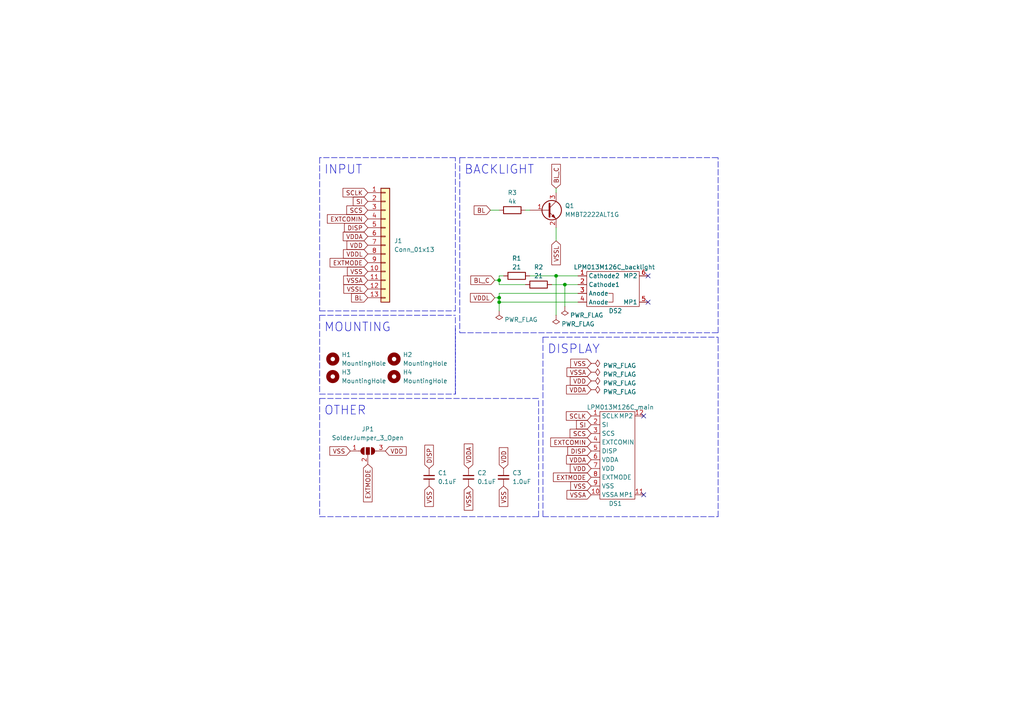
<source format=kicad_sch>
(kicad_sch (version 20211123) (generator eeschema)
  (paper "A4")
  (title_block (title "LPM013M1126C breakout") (date "2022-08-04") (rev "1.0") (company "testudor"))
  (lib_symbols
    (symbol "Connector_Generic:Conn_01x13" (pin_names (offset 1.016) hide)
      (property "Reference" "J" (at 0 17.78 0))
      (property "Value" "Conn_01x13" (at 0 -17.78 0))
      (symbol "Conn_01x13_1_1"
        (rectangle (start -1.27 -15.113) (end 0 -15.367) (stroke (width 0.1524)))
        (rectangle (start -1.27 -12.573) (end 0 -12.827) (stroke (width 0.1524)))
        (rectangle (start -1.27 -10.033) (end 0 -10.287) (stroke (width 0.1524)))
        (rectangle (start -1.27 -7.493) (end 0 -7.747) (stroke (width 0.1524)))
        (rectangle (start -1.27 -4.953) (end 0 -5.207) (stroke (width 0.1524)))
        (rectangle (start -1.27 -2.413) (end 0 -2.667) (stroke (width 0.1524)))
        (rectangle (start -1.27 0.127) (end 0 -0.127) (stroke (width 0.1524)))
        (rectangle (start -1.27 2.667) (end 0 2.413) (stroke (width 0.1524)))
        (rectangle (start -1.27 5.207) (end 0 4.953) (stroke (width 0.1524)))
        (rectangle (start -1.27 7.747) (end 0 7.493) (stroke (width 0.1524)))
        (rectangle (start -1.27 10.287) (end 0 10.033) (stroke (width 0.1524)))
        (rectangle (start -1.27 12.827) (end 0 12.573) (stroke (width 0.1524)))
        (rectangle (start -1.27 15.367) (end 0 15.113) (stroke (width 0.1524)))
        (rectangle (start -1.27 16.51) (end 1.27 -16.51) (stroke (width 0.254)) (fill (type background)))
        (pin passive line (at -5.08 15.24 0) (length 3.81) (name "Pin_1") (number "1"))
        (pin passive line (at -5.08 -7.62 0) (length 3.81) (name "Pin_10") (number "10"))
        (pin passive line (at -5.08 -10.16 0) (length 3.81) (name "Pin_11") (number "11"))
        (pin passive line (at -5.08 -12.7 0) (length 3.81) (name "Pin_12") (number "12"))
        (pin passive line (at -5.08 -15.24 0) (length 3.81) (name "Pin_13") (number "13"))
        (pin passive line (at -5.08 12.7 0) (length 3.81) (name "Pin_2") (number "2"))
        (pin passive line (at -5.08 10.16 0) (length 3.81) (name "Pin_3") (number "3"))
        (pin passive line (at -5.08 7.62 0) (length 3.81) (name "Pin_4") (number "4"))
        (pin passive line (at -5.08 5.08 0) (length 3.81) (name "Pin_5") (number "5"))
        (pin passive line (at -5.08 2.54 0) (length 3.81) (name "Pin_6") (number "6"))
        (pin passive line (at -5.08 0 0) (length 3.81) (name "Pin_7") (number "7"))
        (pin passive line (at -5.08 -2.54 0) (length 3.81) (name "Pin_8") (number "8"))
        (pin passive line (at -5.08 -5.08 0) (length 3.81) (name "Pin_9") (number "9"))
      )
    )
    (symbol "Custom_Display:LPM013M126C_backlight"
      (property "Reference" "DS" (at 2.54 -6.35 0))
      (property "Value" "LPM013M126C_backlight" (at 2.54 6.35 0))
      (symbol "LPM013M126C_backlight_0_1"
        (rectangle (start -5.08 5.08) (end 10.16 -5.08))
        (polyline (pts (xy 1.27 -3.81) (xy 2.54 -3.81) (xy 2.54 -1.27) (xy 1.27 -1.27)))
      )
      (symbol "LPM013M126C_backlight_1_1"
        (pin power_in line (at -7.62 3.81 0) (length 2.54) (name "Cathode2") (number "1"))
        (pin power_in line (at -7.62 1.27 0) (length 2.54) (name "Cathode1") (number "2"))
        (pin power_in line (at -7.62 -1.27 0) (length 2.54) (name "Anode") (number "3"))
        (pin power_in line (at -7.62 -3.81 0) (length 2.54) (name "Anode") (number "4"))
        (pin unspecified line (at 12.7 -3.81 180) (length 2.54) (name "MP1") (number "5"))
        (pin unspecified line (at 12.7 3.81 180) (length 2.54) (name "MP2") (number "6"))
      )
    )
    (symbol "Custom_Display:LPM013M126C_main"
      (property "Reference" "DS" (at 0 -13.97 0))
      (property "Value" "LPM013M126C_main" (at 0 13.97 0))
      (symbol "LPM013M126C_main_0_1"
        (rectangle (start -5.08 12.7) (end 5.08 -12.7))
      )
      (symbol "LPM013M126C_main_1_1"
        (pin input line (at -7.62 11.43 0) (length 2.54) (name "SCLK") (number "1"))
        (pin power_in line (at -7.62 -11.43 0) (length 2.54) (name "VSSA") (number "10"))
        (pin unspecified line (at 7.62 -11.43 180) (length 2.54) (name "MP1") (number "11"))
        (pin unspecified line (at 7.62 11.43 180) (length 2.54) (name "MP2") (number "12"))
        (pin input line (at -7.62 8.89 0) (length 2.54) (name "SI") (number "2"))
        (pin input line (at -7.62 6.35 0) (length 2.54) (name "SCS") (number "3"))
        (pin input line (at -7.62 3.81 0) (length 2.54) (name "EXTCOMIN") (number "4"))
        (pin input line (at -7.62 1.27 0) (length 2.54) (name "DISP") (number "5"))
        (pin power_in line (at -7.62 -1.27 0) (length 2.54) (name "VDDA") (number "6"))
        (pin power_in line (at -7.62 -3.81 0) (length 2.54) (name "VDD") (number "7"))
        (pin input line (at -7.62 -6.35 0) (length 2.54) (name "EXTMODE") (number "8"))
        (pin power_in line (at -7.62 -8.89 0) (length 2.54) (name "VSS") (number "9"))
      )
    )
    (symbol "Custom_Transistor_BJT:MMBT2222ALT1G" (pin_names (offset 0) hide)
      (property "Reference" "Q" (at 5.08 1.905 0))
      (property "Value" "MMBT2222ALT1G" (at 5.08 0 0))
      (symbol "MMBT2222ALT1G_0_1"
        (polyline (pts (xy 0.635 0.635) (xy 2.54 2.54)))
        (polyline (pts (xy 0.635 -0.635) (xy 2.54 -2.54) (xy 2.54 -2.54)))
        (polyline (pts (xy 0.635 1.905) (xy 0.635 -1.905) (xy 0.635 -1.905)) (stroke (width 0.508)))
        (polyline (pts (xy 1.27 -1.778) (xy 1.778 -1.27) (xy 2.286 -2.286) (xy 1.27 -1.778) (xy 1.27 -1.778)) (fill (type outline)))
        (circle (center 1.27 0) (radius 2.8194) (stroke (width 0.254)))
      )
      (symbol "MMBT2222ALT1G_1_1"
        (pin input line (at -5.08 0 0) (length 5.715) (name "B") (number "1"))
        (pin passive line (at 2.54 -5.08 90) (length 2.54) (name "E") (number "2"))
        (pin passive line (at 2.54 5.08 270) (length 2.54) (name "C") (number "3"))
      )
    )
    (symbol "Device:C_Small" (pin_numbers hide) (pin_names (offset 0.254) hide)
      (property "Reference" "C" (at 0.254 1.778 0))
      (property "Value" "C_Small" (at 0.254 -2.032 0))
      (symbol "C_Small_0_1"
        (polyline (pts (xy -1.524 -0.508) (xy 1.524 -0.508)) (stroke (width 0.3302)))
        (polyline (pts (xy -1.524 0.508) (xy 1.524 0.508)) (stroke (width 0.3048)))
      )
      (symbol "C_Small_1_1"
        (pin passive line (at 0 2.54 270) (length 2.032) (name "~") (number "1"))
        (pin passive line (at 0 -2.54 90) (length 2.032) (name "~") (number "2"))
      )
    )
    (symbol "Device:R" (pin_numbers hide) (pin_names (offset 0))
      (property "Reference" "R" (at 2.032 0 90))
      (property "Value" "R" (at 0 0 90))
      (symbol "R_0_1"
        (rectangle (start -1.016 -2.54) (end 1.016 2.54) (stroke (width 0.254)))
      )
      (symbol "R_1_1"
        (pin passive line (at 0 3.81 270) (length 1.27) (name "~") (number "1"))
        (pin passive line (at 0 -3.81 90) (length 1.27) (name "~") (number "2"))
      )
    )
    (symbol "Jumper:SolderJumper_3_Open" (pin_names (offset 0) hide)
      (property "Reference" "JP" (at -2.54 -2.54 0))
      (property "Value" "SolderJumper_3_Open" (at 0 2.794 0))
      (symbol "SolderJumper_3_Open_0_1"
        (arc (start -1.016 1.016) (mid -2.032 0) (end -1.016 -1.016))
        (arc (start -1.016 1.016) (mid -2.032 0) (end -1.016 -1.016) (fill (type outline)))
        (rectangle (start -0.508 1.016) (end 0.508 -1.016) (fill (type outline)))
        (polyline (pts (xy -2.54 0) (xy -2.032 0)))
        (polyline (pts (xy -1.016 1.016) (xy -1.016 -1.016)))
        (polyline (pts (xy 0 -1.27) (xy 0 -1.016)))
        (polyline (pts (xy 1.016 1.016) (xy 1.016 -1.016)))
        (polyline (pts (xy 2.54 0) (xy 2.032 0)))
        (arc (start 1.016 -1.016) (mid 2.032 0) (end 1.016 1.016))
        (arc (start 1.016 -1.016) (mid 2.032 0) (end 1.016 1.016) (fill (type outline)))
      )
      (symbol "SolderJumper_3_Open_1_1"
        (pin passive line (at -5.08 0 0) (length 2.54) (name "A") (number "1"))
        (pin passive line (at 0 -3.81 90) (length 2.54) (name "C") (number "2"))
        (pin passive line (at 5.08 0 180) (length 2.54) (name "B") (number "3"))
      )
    )
    (symbol "Mechanical:MountingHole" (pin_names (offset 1.016))
      (property "Reference" "H" (at 0 5.08 0))
      (property "Value" "MountingHole" (at 0 3.175 0))
      (symbol "MountingHole_0_1"
        (circle (center 0 0) (radius 1.27) (stroke (width 1.27)))
      )
    )
    (symbol "power:PWR_FLAG" (power) (pin_numbers hide) (pin_names (offset 0) hide)
      (property "Value" "PWR_FLAG" (at 0 3.81 0))
      (symbol "PWR_FLAG_0_0"
        (pin power_out line (at 0 0 90) (length 0) (name "pwr") (number "1"))
      )
      (symbol "PWR_FLAG_0_1"
        (polyline (pts (xy 0 0) (xy 0 1.27) (xy -1.016 1.905) (xy 0 2.54) (xy 1.016 1.905) (xy 0 1.27)))
      )
    )
  )
  (junction (at 144.78 86.36))
  (junction (at 144.78 87.63))
  (junction (at 161.29 80.01))
  (junction (at 163.83 82.55))
  (junction (at 144.78 81.28))
  (no_connect (at 186.69 143.51))
  (no_connect (at 186.69 120.65))
  (no_connect (at 187.96 87.63))
  (no_connect (at 187.96 80.01))
  (polyline (pts (xy 92.71 149.86) (xy 156.21 149.86)))
  (polyline (pts (xy 157.48 97.79) (xy 208.28 97.79)))
  (wire (pts (xy 143.51 81.28) (xy 144.78 81.28)))
  (wire (pts (xy 152.4 60.96) (xy 153.67 60.96)))
  (wire (pts (xy 163.83 82.55) (xy 167.64 82.55)))
  (wire (pts (xy 161.29 80.01) (xy 167.64 80.01)))
  (polyline (pts (xy 92.71 91.44) (xy 132.08 91.44)))
  (wire (pts (xy 144.78 81.28) (xy 144.78 80.01)))
  (wire (pts (xy 144.78 85.09) (xy 167.64 85.09)))
  (polyline (pts (xy 92.71 115.57) (xy 92.71 149.86)))
  (wire (pts (xy 163.83 82.55) (xy 163.83 88.9)))
  (polyline (pts (xy 133.35 45.72) (xy 133.35 96.52)))
  (wire (pts (xy 143.51 86.36) (xy 144.78 86.36)))
  (polyline (pts (xy 132.08 95.25) (xy 132.08 114.3)))
  (wire (pts (xy 144.78 80.01) (xy 146.05 80.01)))
  (polyline (pts (xy 157.48 97.79) (xy 157.48 149.86)))
  (polyline (pts (xy 92.71 90.17) (xy 132.08 90.17)))
  (polyline (pts (xy 92.71 114.3) (xy 132.08 114.3)))
  (wire (pts (xy 142.24 60.96) (xy 144.78 60.96)))
  (wire (pts (xy 144.78 82.55) (xy 152.4 82.55)))
  (wire (pts (xy 160.02 82.55) (xy 163.83 82.55)))
  (polyline (pts (xy 157.48 149.86) (xy 208.28 149.86)))
  (wire (pts (xy 153.67 80.01) (xy 161.29 80.01)))
  (polyline (pts (xy 208.28 149.86) (xy 208.28 97.79)))
  (polyline (pts (xy 132.08 45.72) (xy 92.71 45.72)))
  (wire (pts (xy 144.78 81.28) (xy 144.78 82.55)))
  (polyline (pts (xy 132.08 114.3) (xy 132.08 91.44)))
  (wire (pts (xy 144.78 87.63) (xy 167.64 87.63)))
  (polyline (pts (xy 132.08 90.17) (xy 132.08 45.72)))
  (polyline (pts (xy 92.71 115.57) (xy 156.21 115.57)))
  (wire (pts (xy 161.29 80.01) (xy 161.29 91.44)))
  (polyline (pts (xy 156.21 149.86) (xy 156.21 115.57)))
  (wire (pts (xy 161.29 66.04) (xy 161.29 69.85)))
  (wire (pts (xy 144.78 87.63) (xy 144.78 90.17)))
  (polyline (pts (xy 133.35 96.52) (xy 208.28 96.52)))
  (polyline (pts (xy 92.71 91.44) (xy 92.71 114.3)))
  (wire (pts (xy 144.78 85.09) (xy 144.78 86.36)))
  (polyline (pts (xy 133.35 45.72) (xy 208.28 45.72)))
  (polyline (pts (xy 208.28 96.52) (xy 208.28 45.72)))
  (polyline (pts (xy 92.71 45.72) (xy 92.71 90.17)))
  (wire (pts (xy 161.29 54.61) (xy 161.29 55.88)))
  (wire (pts (xy 144.78 86.36) (xy 144.78 87.63)))
  (text "DISPLAY" (at 158.75 102.87 0) (effects (font (size 2.54 2.54)) (justify left bottom)))
  (text "MOUNTING" (at 93.98 96.52 0) (effects (font (size 2.54 2.54)) (justify left bottom)))
  (text "OTHER" (at 93.98 120.65 0) (effects (font (size 2.54 2.54)) (justify left bottom)))
  (text "INPUT" (at 93.98 50.8 0) (effects (font (size 2.54 2.54)) (justify left bottom)))
  (text "BACKLIGHT" (at 134.62 50.8 0) (effects (font (size 2.54 2.54)) (justify left bottom)))
  (global_label "VSS" (shape input) (at 171.45 140.97 180) (property "Intersheet References" "${INTERSHEET_REFS}" (effects hide)))
  (global_label "VSS" (shape input) (at 101.6 130.81 180) (property "Intersheet References" "${INTERSHEET_REFS}" (effects hide)))
  (global_label "EXTCOMIN" (shape input) (at 106.68 63.5 180) (property "Intersheet References" "${INTERSHEET_REFS}" (effects hide)))
  (global_label "VDD" (shape input) (at 171.45 110.49 180) (property "Intersheet References" "${INTERSHEET_REFS}" (effects hide)))
  (global_label "EXTMODE" (shape input) (at 106.68 76.2 180) (property "Intersheet References" "${INTERSHEET_REFS}" (effects hide)))
  (global_label "BL_C" (shape input) (at 161.29 54.61 90) (property "Intersheet References" "${INTERSHEET_REFS}" (effects hide)))
  (global_label "SCLK" (shape input) (at 171.45 120.65 180) (property "Intersheet References" "${INTERSHEET_REFS}" (effects hide)))
  (global_label "VSSA" (shape input) (at 171.45 143.51 180) (property "Intersheet References" "${INTERSHEET_REFS}" (effects hide)))
  (global_label "VSSA" (shape input) (at 106.68 81.28 180) (property "Intersheet References" "${INTERSHEET_REFS}" (effects hide)))
  (global_label "VSSA" (shape input) (at 171.45 107.95 180) (property "Intersheet References" "${INTERSHEET_REFS}" (effects hide)))
  (global_label "BL" (shape input) (at 142.24 60.96 180) (property "Intersheet References" "${INTERSHEET_REFS}" (effects hide)))
  (global_label "DISP" (shape input) (at 171.45 130.81 180) (property "Intersheet References" "${INTERSHEET_REFS}" (effects hide)))
  (global_label "SCS" (shape input) (at 106.68 60.96 180) (property "Intersheet References" "${INTERSHEET_REFS}" (effects hide)))
  (global_label "VDD" (shape input) (at 106.68 71.12 180) (property "Intersheet References" "${INTERSHEET_REFS}" (effects hide)))
  (global_label "VSS" (shape input) (at 171.45 105.41 180) (property "Intersheet References" "${INTERSHEET_REFS}" (effects hide)))
  (global_label "VDDA" (shape input) (at 171.45 113.03 180) (property "Intersheet References" "${INTERSHEET_REFS}" (effects hide)))
  (global_label "BL" (shape input) (at 106.68 86.36 180) (property "Intersheet References" "${INTERSHEET_REFS}" (effects hide)))
  (global_label "VDDA" (shape input) (at 171.45 133.35 180) (property "Intersheet References" "${INTERSHEET_REFS}" (effects hide)))
  (global_label "SI" (shape input) (at 106.68 58.42 180) (property "Intersheet References" "${INTERSHEET_REFS}" (effects hide)))
  (global_label "VDDL" (shape input) (at 143.51 86.36 180) (property "Intersheet References" "${INTERSHEET_REFS}" (effects hide)))
  (global_label "VDDL" (shape input) (at 106.68 73.66 180) (property "Intersheet References" "${INTERSHEET_REFS}" (effects hide)))
  (global_label "SI" (shape input) (at 171.45 123.19 180) (property "Intersheet References" "${INTERSHEET_REFS}" (effects hide)))
  (global_label "VSSL" (shape input) (at 161.29 69.85 270) (property "Intersheet References" "${INTERSHEET_REFS}" (effects hide)))
  (global_label "VSSL" (shape input) (at 106.68 83.82 180) (property "Intersheet References" "${INTERSHEET_REFS}" (effects hide)))
  (global_label "VSS" (shape input) (at 124.46 140.97 270) (property "Intersheet References" "${INTERSHEET_REFS}" (effects hide)))
  (global_label "VSS" (shape input) (at 146.05 140.97 270) (property "Intersheet References" "${INTERSHEET_REFS}" (effects hide)))
  (global_label "SCLK" (shape input) (at 106.68 55.88 180) (property "Intersheet References" "${INTERSHEET_REFS}" (effects hide)))
  (global_label "VDD" (shape input) (at 171.45 135.89 180) (property "Intersheet References" "${INTERSHEET_REFS}" (effects hide)))
  (global_label "VSSA" (shape input) (at 135.89 140.97 270) (property "Intersheet References" "${INTERSHEET_REFS}" (effects hide)))
  (global_label "VDDA" (shape input) (at 106.68 68.58 180) (property "Intersheet References" "${INTERSHEET_REFS}" (effects hide)))
  (global_label "DISP" (shape input) (at 106.68 66.04 180) (property "Intersheet References" "${INTERSHEET_REFS}" (effects hide)))
  (global_label "VDD" (shape input) (at 146.05 135.89 90) (property "Intersheet References" "${INTERSHEET_REFS}" (effects hide)))
  (global_label "DISP" (shape input) (at 124.46 135.89 90) (property "Intersheet References" "${INTERSHEET_REFS}" (effects hide)))
  (global_label "EXTMODE" (shape input) (at 171.45 138.43 180) (property "Intersheet References" "${INTERSHEET_REFS}" (effects hide)))
  (global_label "EXTMODE" (shape input) (at 106.68 134.62 270) (property "Intersheet References" "${INTERSHEET_REFS}" (effects hide)))
  (global_label "SCS" (shape input) (at 171.45 125.73 180) (property "Intersheet References" "${INTERSHEET_REFS}" (effects hide)))
  (global_label "VDD" (shape input) (at 111.76 130.81 0) (property "Intersheet References" "${INTERSHEET_REFS}" (effects hide)))
  (global_label "VDDA" (shape input) (at 135.89 135.89 90) (property "Intersheet References" "${INTERSHEET_REFS}" (effects hide)))
  (global_label "BL_C" (shape input) (at 143.51 81.28 180) (property "Intersheet References" "${INTERSHEET_REFS}" (effects hide)))
  (global_label "VSS" (shape input) (at 106.68 78.74 180) (property "Intersheet References" "${INTERSHEET_REFS}" (effects hide)))
  (global_label "EXTCOMIN" (shape input) (at 171.45 128.27 180) (property "Intersheet References" "${INTERSHEET_REFS}" (effects hide)))
  (symbol (lib_id "Device:R") (at 148.59 60.96 90) (unit 1)
    (property "Reference" "R3" (at 148.59 55.88 90))
    (property "Value" "4k" (at 148.59 58.42 90))
    (property "Footprint" "Resistor_SMD:R_0402_1005Metric" (effects hide))
  )
  (symbol (lib_id "Custom_Display:LPM013M126C_backlight") (at 175.26 83.82 0) (unit 1)
    (property "Reference" "DS2" (at 176.53 90.17 0) (effects (justify left)))
    (property "Value" "LPM013M126C_backlight" (at 166.37 77.47 0) (effects (justify left)))
    (property "Footprint" "SamacSys_Parts:503480-0400" (effects hide))
    (property "Spice_Primitive" "D" (effects hide))
    (property "Spice_Model" "LPM013M126C_backlight" (effects hide))
    (property "Spice_Netlist_Enabled" "Y" (effects hide))
  )
  (symbol (lib_id "power:PWR_FLAG") (at 171.45 110.49 270) (unit 1)
    (property "Reference" "#FLG0102" (effects hide))
    (property "Value" "PWR_FLAG" (at 179.705 111.125 90))
  )
  (symbol (lib_id "power:PWR_FLAG") (at 171.45 107.95 270) (unit 1)
    (property "Reference" "#FLG0103" (effects hide))
    (property "Value" "PWR_FLAG" (at 179.705 108.585 90))
  )
  (symbol (lib_id "power:PWR_FLAG") (at 161.29 91.44 180) (unit 1)
    (property "Reference" "#FLG0107" (effects hide))
    (property "Value" "PWR_FLAG" (at 167.64 93.98 0))
  )
  (symbol (lib_id "Jumper:SolderJumper_3_Open") (at 106.68 130.81 0) (unit 1)
    (property "Reference" "JP1" (at 106.68 124.46 0))
    (property "Value" "SolderJumper_3_Open" (at 106.68 127 0))
    (property "Footprint" "Jumper:SolderJumper-3_P1.3mm_Open_RoundedPad1.0x1.5mm_NumberLabels" (effects hide))
  )
  (symbol (lib_id "Device:C_Small") (at 146.05 138.43 0) (unit 1)
    (property "Reference" "C3" (at 148.59 137.1662 0) (effects (justify left)))
    (property "Value" "1.0uF" (at 148.59 139.7062 0) (effects (justify left)))
    (property "Footprint" "Capacitor_SMD:C_0402_1005Metric" (effects hide))
  )
  (symbol (lib_id "Mechanical:MountingHole") (at 114.3 109.22 0) (unit 1)
    (property "Reference" "H4" (at 116.84 107.9499 0) (effects (justify left)))
    (property "Value" "MountingHole" (at 116.84 110.4899 0) (effects (justify left)))
    (property "Footprint" "MountingHole:MountingHole_3.2mm_M3_ISO14580_Pad_TopBottom" (effects hide))
  )
  (symbol (lib_id "Custom_Transistor_BJT:MMBT2222ALT1G") (at 158.75 60.96 0) (unit 1)
    (property "Reference" "Q1" (at 163.83 59.6899 0) (effects (justify left)))
    (property "Value" "MMBT2222ALT1G" (at 163.83 62.2299 0) (effects (justify left)))
    (property "Footprint" "Package_TO_SOT_SMD:SOT-23" (effects hide))
    (property "Datasheet" "https://www.onsemi.com/pdf/datasheet/mmbt2222lt1-d.pdf" (effects hide))
  )
  (symbol (lib_id "Custom_Display:LPM013M126C_main") (at 179.07 132.08 0) (unit 1)
    (property "Reference" "DS1" (at 176.53 146.05 0) (effects (justify left)))
    (property "Value" "LPM013M126C_main" (at 170.18 118.11 0) (effects (justify left)))
    (property "Footprint" "SamacSys_Parts:5034801000" (effects hide))
  )
  (symbol (lib_id "Device:C_Small") (at 135.89 138.43 0) (unit 1)
    (property "Reference" "C2" (at 138.43 137.1662 0) (effects (justify left)))
    (property "Value" "0.1uF" (at 138.43 139.7062 0) (effects (justify left)))
    (property "Footprint" "Capacitor_SMD:C_0402_1005Metric" (effects hide))
  )
  (symbol (lib_id "Mechanical:MountingHole") (at 114.3 104.14 0) (unit 1)
    (property "Reference" "H2" (at 116.84 102.8699 0) (effects (justify left)))
    (property "Value" "MountingHole" (at 116.84 105.4099 0) (effects (justify left)))
    (property "Footprint" "MountingHole:MountingHole_3.2mm_M3_ISO14580_Pad_TopBottom" (effects hide))
  )
  (symbol (lib_id "Device:R") (at 156.21 82.55 90) (unit 1)
    (property "Reference" "R2" (at 156.21 77.47 90))
    (property "Value" "21" (at 156.21 80.01 90))
    (property "Footprint" "Resistor_SMD:R_0402_1005Metric" (effects hide))
  )
  (symbol (lib_id "Mechanical:MountingHole") (at 96.52 104.14 0) (unit 1)
    (property "Reference" "H1" (at 99.06 102.8699 0) (effects (justify left)))
    (property "Value" "MountingHole" (at 99.06 105.4099 0) (effects (justify left)))
    (property "Footprint" "MountingHole:MountingHole_3.2mm_M3_ISO14580_Pad_TopBottom" (effects hide))
  )
  (symbol (lib_id "power:PWR_FLAG") (at 171.45 105.41 270) (unit 1)
    (property "Reference" "#FLG0101" (effects hide))
    (property "Value" "PWR_FLAG" (at 179.705 106.045 90))
  )
  (symbol (lib_id "Device:R") (at 149.86 80.01 90) (unit 1)
    (property "Reference" "R1" (at 149.86 74.93 90))
    (property "Value" "21" (at 149.86 77.47 90))
    (property "Footprint" "Resistor_SMD:R_0402_1005Metric" (effects hide))
  )
  (symbol (lib_id "Connector_Generic:Conn_01x13") (at 111.76 71.12 0) (unit 1)
    (property "Reference" "J1" (at 114.3 69.8499 0) (effects (justify left)))
    (property "Value" "Conn_01x13" (at 114.3 72.3899 0) (effects (justify left)))
    (property "Footprint" "Connector_PinHeader_2.54mm:PinHeader_1x13_P2.54mm_Vertical" (effects hide))
  )
  (symbol (lib_id "power:PWR_FLAG") (at 171.45 113.03 270) (unit 1)
    (property "Reference" "#FLG0106" (effects hide))
    (property "Value" "PWR_FLAG" (at 179.705 113.665 90))
  )
  (symbol (lib_id "Mechanical:MountingHole") (at 96.52 109.22 0) (unit 1)
    (property "Reference" "H3" (at 99.06 107.9499 0) (effects (justify left)))
    (property "Value" "MountingHole" (at 99.06 110.4899 0) (effects (justify left)))
    (property "Footprint" "MountingHole:MountingHole_3.2mm_M3_ISO14580_Pad_TopBottom" (effects hide))
  )
  (symbol (lib_id "power:PWR_FLAG") (at 144.78 90.17 180) (unit 1)
    (property "Reference" "#FLG0104" (effects hide))
    (property "Value" "PWR_FLAG" (at 151.13 92.71 0))
  )
  (symbol (lib_id "Device:C_Small") (at 124.46 138.43 0) (unit 1)
    (property "Reference" "C1" (at 127 137.1662 0) (effects (justify left)))
    (property "Value" "0.1uF" (at 127 139.7062 0) (effects (justify left)))
    (property "Footprint" "Capacitor_SMD:C_0402_1005Metric" (effects hide))
  )
  (symbol (lib_id "power:PWR_FLAG") (at 163.83 88.9 180) (unit 1)
    (property "Reference" "#FLG0105" (effects hide))
    (property "Value" "PWR_FLAG" (at 170.18 91.44 0))
  )
)
</source>
